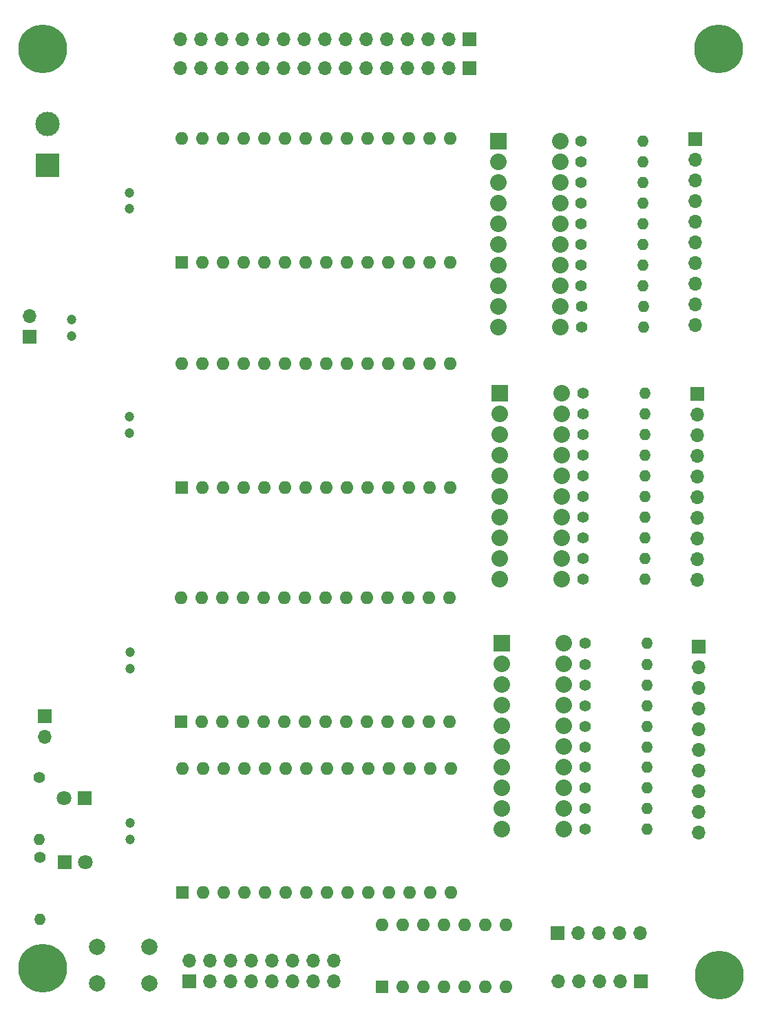
<source format=gbr>
%TF.GenerationSoftware,KiCad,Pcbnew,(5.1.9-0-10_14)*%
%TF.CreationDate,2021-05-22T09:47:39-04:00*%
%TF.ProjectId,CONTROL_LOGIC,434f4e54-524f-44c5-9f4c-4f4749432e6b,rev?*%
%TF.SameCoordinates,Original*%
%TF.FileFunction,Soldermask,Bot*%
%TF.FilePolarity,Negative*%
%FSLAX46Y46*%
G04 Gerber Fmt 4.6, Leading zero omitted, Abs format (unit mm)*
G04 Created by KiCad (PCBNEW (5.1.9-0-10_14)) date 2021-05-22 09:47:39*
%MOMM*%
%LPD*%
G01*
G04 APERTURE LIST*
%ADD10C,0.800000*%
%ADD11C,6.000000*%
%ADD12R,1.700000X1.700000*%
%ADD13O,1.700000X1.700000*%
%ADD14O,1.400000X1.400000*%
%ADD15C,1.400000*%
%ADD16R,1.600000X1.600000*%
%ADD17O,1.600000X1.600000*%
%ADD18C,3.000000*%
%ADD19R,3.000000X3.000000*%
%ADD20R,1.800000X1.800000*%
%ADD21C,1.800000*%
%ADD22C,2.032000*%
%ADD23R,2.032000X2.032000*%
%ADD24C,2.000000*%
%ADD25C,1.200000*%
G04 APERTURE END LIST*
D10*
%TO.C,REF\u002A\u002A*%
X101417390Y-42643610D03*
X99826400Y-41984600D03*
X98235410Y-42643610D03*
X97576400Y-44234600D03*
X98235410Y-45825590D03*
X99826400Y-46484600D03*
X101417390Y-45825590D03*
X102076400Y-44234600D03*
D11*
X99826400Y-44234600D03*
%TD*%
D10*
%TO.C,REF\u002A\u002A*%
X101427390Y-155703610D03*
X99836400Y-155044600D03*
X98245410Y-155703610D03*
X97586400Y-157294600D03*
X98245410Y-158885590D03*
X99836400Y-159544600D03*
X101427390Y-158885590D03*
X102086400Y-157294600D03*
D11*
X99836400Y-157294600D03*
%TD*%
D10*
%TO.C,REF\u002A\u002A*%
X184587390Y-42663610D03*
X182996400Y-42004600D03*
X181405410Y-42663610D03*
X180746400Y-44254600D03*
X181405410Y-45845590D03*
X182996400Y-46504600D03*
X184587390Y-45845590D03*
X185246400Y-44254600D03*
D11*
X182996400Y-44254600D03*
%TD*%
D10*
%TO.C,REF\u002A\u002A*%
X184667390Y-156563610D03*
X183076400Y-155904600D03*
X181485410Y-156563610D03*
X180826400Y-158154600D03*
X181485410Y-159745590D03*
X183076400Y-160404600D03*
X184667390Y-159745590D03*
X185326400Y-158154600D03*
D11*
X183076400Y-158154600D03*
%TD*%
D12*
%TO.C,J11*%
X173412400Y-158902600D03*
D13*
X170872400Y-158902600D03*
X168332400Y-158902600D03*
X165792400Y-158902600D03*
X163252400Y-158902600D03*
%TD*%
D14*
%TO.C,R32*%
X174166400Y-117374600D03*
D15*
X166546400Y-117374600D03*
%TD*%
D14*
%TO.C,R31*%
X174166400Y-119954600D03*
D15*
X166546400Y-119954600D03*
%TD*%
D14*
%TO.C,R30*%
X174166400Y-122494600D03*
D15*
X166546400Y-122494600D03*
%TD*%
D14*
%TO.C,R29*%
X174166400Y-125014600D03*
D15*
X166546400Y-125014600D03*
%TD*%
D14*
%TO.C,R28*%
X174156400Y-127564600D03*
D15*
X166536400Y-127564600D03*
%TD*%
D14*
%TO.C,R27*%
X174156400Y-130104600D03*
D15*
X166536400Y-130104600D03*
%TD*%
D14*
%TO.C,R26*%
X174146400Y-132594600D03*
D15*
X166526400Y-132594600D03*
%TD*%
D14*
%TO.C,R25*%
X174156400Y-135154600D03*
D15*
X166536400Y-135154600D03*
%TD*%
D14*
%TO.C,R24*%
X174156400Y-137694600D03*
D15*
X166536400Y-137694600D03*
%TD*%
D14*
%TO.C,R23*%
X174166400Y-140214600D03*
D15*
X166546400Y-140214600D03*
%TD*%
D14*
%TO.C,R22*%
X173916400Y-86594600D03*
D15*
X166296400Y-86594600D03*
%TD*%
D14*
%TO.C,R21*%
X173916400Y-89124600D03*
D15*
X166296400Y-89124600D03*
%TD*%
D14*
%TO.C,R20*%
X173916400Y-91674600D03*
D15*
X166296400Y-91674600D03*
%TD*%
D14*
%TO.C,R19*%
X173916400Y-94204600D03*
D15*
X166296400Y-94204600D03*
%TD*%
D14*
%TO.C,R18*%
X173916400Y-96754600D03*
D15*
X166296400Y-96754600D03*
%TD*%
D14*
%TO.C,R17*%
X173906400Y-99294600D03*
D15*
X166286400Y-99294600D03*
%TD*%
D14*
%TO.C,R16*%
X173916400Y-101824600D03*
D15*
X166296400Y-101824600D03*
%TD*%
D14*
%TO.C,R15*%
X173916400Y-104374600D03*
D15*
X166296400Y-104374600D03*
%TD*%
D14*
%TO.C,R14*%
X173916400Y-106914600D03*
D15*
X166296400Y-106914600D03*
%TD*%
D14*
%TO.C,R13*%
X173926400Y-109464600D03*
D15*
X166306400Y-109464600D03*
%TD*%
D14*
%TO.C,R12*%
X173696400Y-55624600D03*
D15*
X166076400Y-55624600D03*
%TD*%
D14*
%TO.C,R11*%
X173696400Y-58174600D03*
D15*
X166076400Y-58174600D03*
%TD*%
D14*
%TO.C,R10*%
X173696400Y-60704600D03*
D15*
X166076400Y-60704600D03*
%TD*%
D14*
%TO.C,R9*%
X173696400Y-63224600D03*
D15*
X166076400Y-63224600D03*
%TD*%
D14*
%TO.C,R8*%
X173696400Y-65784600D03*
D15*
X166076400Y-65784600D03*
%TD*%
D14*
%TO.C,R7*%
X173696400Y-68324600D03*
D15*
X166076400Y-68324600D03*
%TD*%
D14*
%TO.C,R6*%
X173706400Y-70864600D03*
D15*
X166086400Y-70864600D03*
%TD*%
D14*
%TO.C,R5*%
X173706400Y-73414600D03*
D15*
X166086400Y-73414600D03*
%TD*%
D14*
%TO.C,R4*%
X173716400Y-75944600D03*
D15*
X166096400Y-75944600D03*
%TD*%
D14*
%TO.C,R3*%
X173716400Y-78484600D03*
D15*
X166096400Y-78484600D03*
%TD*%
D12*
%TO.C,J10*%
X163136400Y-152944600D03*
D13*
X165676400Y-152944600D03*
X168216400Y-152944600D03*
X170756400Y-152944600D03*
X173296400Y-152944600D03*
%TD*%
D15*
%TO.C,R2*%
X99466400Y-143704600D03*
D14*
X99466400Y-151324600D03*
%TD*%
D15*
%TO.C,R1*%
X99446400Y-133814600D03*
D14*
X99446400Y-141434600D03*
%TD*%
D16*
%TO.C,U1*%
X141576400Y-159594600D03*
D17*
X156816400Y-151974600D03*
X144116400Y-159594600D03*
X154276400Y-151974600D03*
X146656400Y-159594600D03*
X151736400Y-151974600D03*
X149196400Y-159594600D03*
X149196400Y-151974600D03*
X151736400Y-159594600D03*
X146656400Y-151974600D03*
X154276400Y-159594600D03*
X144116400Y-151974600D03*
X156816400Y-159594600D03*
X141576400Y-151974600D03*
%TD*%
D12*
%TO.C,J9*%
X100136400Y-126274600D03*
D13*
X100136400Y-128814600D03*
%TD*%
D12*
%TO.C,J8*%
X180566400Y-117784600D03*
D13*
X180566400Y-120324600D03*
X180566400Y-122864600D03*
X180566400Y-125404600D03*
X180566400Y-127944600D03*
X180566400Y-130484600D03*
X180566400Y-133024600D03*
X180566400Y-135564600D03*
X180566400Y-138104600D03*
X180566400Y-140644600D03*
%TD*%
D12*
%TO.C,J7*%
X180326400Y-86714600D03*
D13*
X180326400Y-89254600D03*
X180326400Y-91794600D03*
X180326400Y-94334600D03*
X180326400Y-96874600D03*
X180326400Y-99414600D03*
X180326400Y-101954600D03*
X180326400Y-104494600D03*
X180326400Y-107034600D03*
X180326400Y-109574600D03*
%TD*%
%TO.C,J3*%
X180146400Y-78224600D03*
X180146400Y-75684600D03*
X180146400Y-73144600D03*
X180146400Y-70604600D03*
X180146400Y-68064600D03*
X180146400Y-65524600D03*
X180146400Y-62984600D03*
X180146400Y-60444600D03*
X180146400Y-57904600D03*
D12*
X180146400Y-55364600D03*
%TD*%
%TO.C,J4*%
X117906400Y-158874600D03*
D13*
X117906400Y-156334600D03*
X120446400Y-158874600D03*
X120446400Y-156334600D03*
X122986400Y-158874600D03*
X122986400Y-156334600D03*
X125526400Y-158874600D03*
X125526400Y-156334600D03*
X128066400Y-158874600D03*
X128066400Y-156334600D03*
X130606400Y-158874600D03*
X130606400Y-156334600D03*
X133146400Y-158874600D03*
X133146400Y-156334600D03*
X135686400Y-158874600D03*
X135686400Y-156334600D03*
%TD*%
%TO.C,J6*%
X116806400Y-43069600D03*
X119346400Y-43069600D03*
X121886400Y-43069600D03*
X124426400Y-43069600D03*
X126966400Y-43069600D03*
X129506400Y-43069600D03*
X132046400Y-43069600D03*
X134586400Y-43069600D03*
X137126400Y-43069600D03*
X139666400Y-43069600D03*
X142206400Y-43069600D03*
X144746400Y-43069600D03*
X147286400Y-43069600D03*
X149826400Y-43069600D03*
D12*
X152366400Y-43069600D03*
%TD*%
D18*
%TO.C,J5*%
X100401400Y-53509600D03*
D19*
X100401400Y-58589600D03*
%TD*%
D20*
%TO.C,D2*%
X102546400Y-144224600D03*
D21*
X105086400Y-144224600D03*
%TD*%
D20*
%TO.C,D1*%
X105046400Y-136384600D03*
D21*
X102506400Y-136384600D03*
%TD*%
D22*
%TO.C,BAR3*%
X163946400Y-117364600D03*
X163946400Y-119904600D03*
X163946400Y-122444600D03*
X163946400Y-124984600D03*
X156326400Y-137684600D03*
X156326400Y-140224600D03*
X163946400Y-140224600D03*
X163946400Y-137684600D03*
X156326400Y-135144600D03*
X156326400Y-132604600D03*
X156326400Y-130064600D03*
X156326400Y-127524600D03*
X163946400Y-127524600D03*
X163946400Y-130064600D03*
X163946400Y-132604600D03*
X163946400Y-135144600D03*
X156326400Y-124984600D03*
X156326400Y-122444600D03*
X156326400Y-119904600D03*
D23*
X156326400Y-117364600D03*
%TD*%
%TO.C,BAR2*%
X156086400Y-86594600D03*
D22*
X156086400Y-89134600D03*
X156086400Y-91674600D03*
X156086400Y-94214600D03*
X163706400Y-104374600D03*
X163706400Y-101834600D03*
X163706400Y-99294600D03*
X163706400Y-96754600D03*
X156086400Y-96754600D03*
X156086400Y-99294600D03*
X156086400Y-101834600D03*
X156086400Y-104374600D03*
X163706400Y-106914600D03*
X163706400Y-109454600D03*
X156086400Y-109454600D03*
X156086400Y-106914600D03*
X163706400Y-94214600D03*
X163706400Y-91674600D03*
X163706400Y-89134600D03*
X163706400Y-86594600D03*
%TD*%
%TO.C,BAR1*%
X163516400Y-55624600D03*
X163516400Y-58164600D03*
X163516400Y-60704600D03*
X163516400Y-63244600D03*
X155896400Y-75944600D03*
X155896400Y-78484600D03*
X163516400Y-78484600D03*
X163516400Y-75944600D03*
X155896400Y-73404600D03*
X155896400Y-70864600D03*
X155896400Y-68324600D03*
X155896400Y-65784600D03*
X163516400Y-65784600D03*
X163516400Y-68324600D03*
X163516400Y-70864600D03*
X163516400Y-73404600D03*
X155896400Y-63244600D03*
X155896400Y-60704600D03*
X155896400Y-58164600D03*
D23*
X155896400Y-55624600D03*
%TD*%
D24*
%TO.C,SW1*%
X106496400Y-159159600D03*
X106496400Y-154659600D03*
X112996400Y-159159600D03*
X112996400Y-154659600D03*
%TD*%
D13*
%TO.C,J2*%
X116806400Y-46669600D03*
X119346400Y-46669600D03*
X121886400Y-46669600D03*
X124426400Y-46669600D03*
X126966400Y-46669600D03*
X129506400Y-46669600D03*
X132046400Y-46669600D03*
X134586400Y-46669600D03*
X137126400Y-46669600D03*
X139666400Y-46669600D03*
X142206400Y-46669600D03*
X144746400Y-46669600D03*
X147286400Y-46669600D03*
X149826400Y-46669600D03*
D12*
X152366400Y-46669600D03*
%TD*%
%TO.C,J1*%
X98231400Y-79669600D03*
D13*
X98231400Y-77129600D03*
%TD*%
D16*
%TO.C,EEPROM4*%
X116996400Y-148014600D03*
D17*
X150016400Y-132774600D03*
X119536400Y-148014600D03*
X147476400Y-132774600D03*
X122076400Y-148014600D03*
X144936400Y-132774600D03*
X124616400Y-148014600D03*
X142396400Y-132774600D03*
X127156400Y-148014600D03*
X139856400Y-132774600D03*
X129696400Y-148014600D03*
X137316400Y-132774600D03*
X132236400Y-148014600D03*
X134776400Y-132774600D03*
X134776400Y-148014600D03*
X132236400Y-132774600D03*
X137316400Y-148014600D03*
X129696400Y-132774600D03*
X139856400Y-148014600D03*
X127156400Y-132774600D03*
X142396400Y-148014600D03*
X124616400Y-132774600D03*
X144936400Y-148014600D03*
X122076400Y-132774600D03*
X147476400Y-148014600D03*
X119536400Y-132774600D03*
X150016400Y-148014600D03*
X116996400Y-132774600D03*
%TD*%
D16*
%TO.C,EEPROM3*%
X116900400Y-127014600D03*
D17*
X149920400Y-111774600D03*
X119440400Y-127014600D03*
X147380400Y-111774600D03*
X121980400Y-127014600D03*
X144840400Y-111774600D03*
X124520400Y-127014600D03*
X142300400Y-111774600D03*
X127060400Y-127014600D03*
X139760400Y-111774600D03*
X129600400Y-127014600D03*
X137220400Y-111774600D03*
X132140400Y-127014600D03*
X134680400Y-111774600D03*
X134680400Y-127014600D03*
X132140400Y-111774600D03*
X137220400Y-127014600D03*
X129600400Y-111774600D03*
X139760400Y-127014600D03*
X127060400Y-111774600D03*
X142300400Y-127014600D03*
X124520400Y-111774600D03*
X144840400Y-127014600D03*
X121980400Y-111774600D03*
X147380400Y-127014600D03*
X119440400Y-111774600D03*
X149920400Y-127014600D03*
X116900400Y-111774600D03*
%TD*%
D16*
%TO.C,EEPROM2*%
X116910400Y-98178600D03*
D17*
X149930400Y-82938600D03*
X119450400Y-98178600D03*
X147390400Y-82938600D03*
X121990400Y-98178600D03*
X144850400Y-82938600D03*
X124530400Y-98178600D03*
X142310400Y-82938600D03*
X127070400Y-98178600D03*
X139770400Y-82938600D03*
X129610400Y-98178600D03*
X137230400Y-82938600D03*
X132150400Y-98178600D03*
X134690400Y-82938600D03*
X134690400Y-98178600D03*
X132150400Y-82938600D03*
X137230400Y-98178600D03*
X129610400Y-82938600D03*
X139770400Y-98178600D03*
X127070400Y-82938600D03*
X142310400Y-98178600D03*
X124530400Y-82938600D03*
X144850400Y-98178600D03*
X121990400Y-82938600D03*
X147390400Y-98178600D03*
X119450400Y-82938600D03*
X149930400Y-98178600D03*
X116910400Y-82938600D03*
%TD*%
%TO.C,EEPROM1*%
X116916400Y-55234600D03*
X149936400Y-70474600D03*
X119456400Y-55234600D03*
X147396400Y-70474600D03*
X121996400Y-55234600D03*
X144856400Y-70474600D03*
X124536400Y-55234600D03*
X142316400Y-70474600D03*
X127076400Y-55234600D03*
X139776400Y-70474600D03*
X129616400Y-55234600D03*
X137236400Y-70474600D03*
X132156400Y-55234600D03*
X134696400Y-70474600D03*
X134696400Y-55234600D03*
X132156400Y-70474600D03*
X137236400Y-55234600D03*
X129616400Y-70474600D03*
X139776400Y-55234600D03*
X127076400Y-70474600D03*
X142316400Y-55234600D03*
X124536400Y-70474600D03*
X144856400Y-55234600D03*
X121996400Y-70474600D03*
X147396400Y-55234600D03*
X119456400Y-70474600D03*
X149936400Y-55234600D03*
D16*
X116916400Y-70474600D03*
%TD*%
D25*
%TO.C,C5*%
X110566400Y-118434600D03*
X110566400Y-120434600D03*
%TD*%
%TO.C,C4*%
X110571400Y-139464600D03*
X110571400Y-141464600D03*
%TD*%
%TO.C,C3*%
X110491400Y-63924600D03*
X110491400Y-61924600D03*
%TD*%
%TO.C,C2*%
X110506400Y-89509600D03*
X110506400Y-91509600D03*
%TD*%
%TO.C,C1*%
X103406400Y-77544600D03*
X103406400Y-79544600D03*
%TD*%
M02*

</source>
